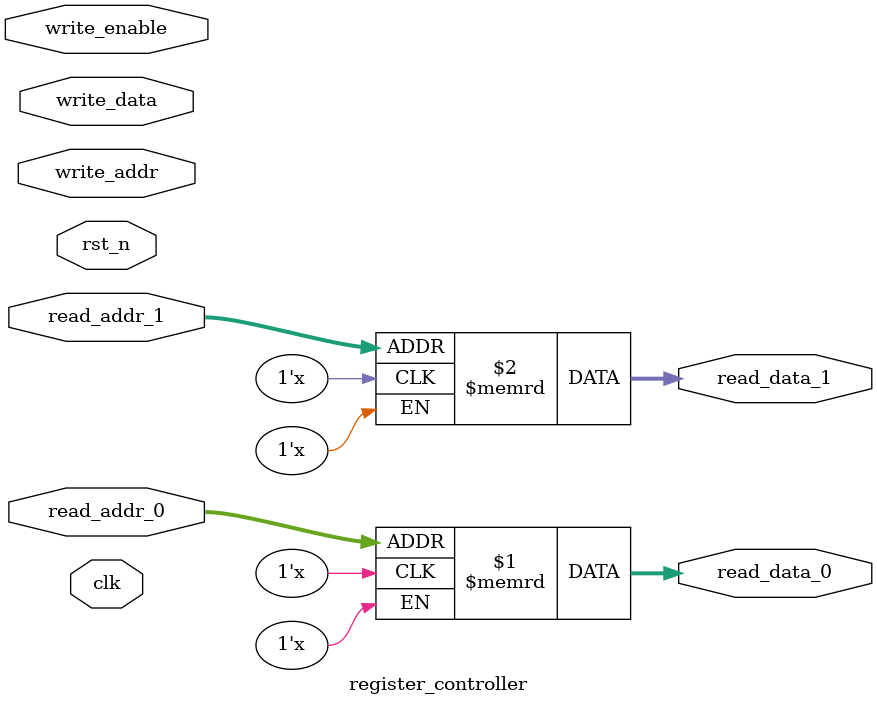
<source format=sv>
module register_controller #(
    parameter REG_WIDTH = 32,
    parameter NUM_REGS = 32,
    parameter ADDR_WIDTH = $clog2(NUM_REGS),
    parameter REG_ZERO_GROUND = 0
) (
    input logic clk,
    input logic rst_n,
    input logic write_enable,
    input logic [ADDR_WIDTH-1:0] write_addr,
    input logic [REG_WIDTH-1:0] write_data,
    input logic [ADDR_WIDTH-1:0] read_addr_0,
    input logic [ADDR_WIDTH-1:0] read_addr_1,
    output logic [REG_WIDTH-1:0] read_data_0,
    output logic [REG_WIDTH-1:0] read_data_1
);

    // Array to hold all register outputs
    logic [REG_WIDTH-1:0] registers [NUM_REGS-1:0];

    // Read operation
    assign read_data_0 = registers[read_addr_0];
    assign read_data_1 = registers[read_addr_1];

    // Instantiate the registers
    genvar i;
    generate
        for (i = 0; i < NUM_REGS; i++) begin : gen_regs
            register #(
                .REG_WIDTH(REG_WIDTH),
                .GROUNDED(i == 0 && REG_ZERO_GROUND)
            ) reg_inst (
                .clk(clk),
                .rst_n(rst_n),
                .enable(write_enable && (write_addr == i)),
                .data_in(write_data),
                .data_out(registers[i])
            );
        end
    endgenerate

endmodule
</source>
